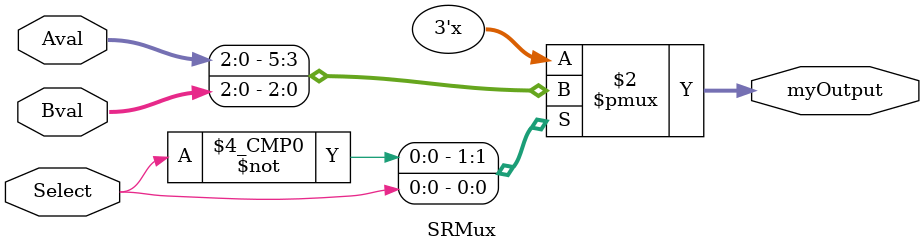
<source format=sv>
`timescale 1ns / 1ps

module SRMux(
    input logic Select,
    input logic [2:0] Aval,
    input logic [2:0] Bval,
    output logic [2:0] myOutput
    );
    
    always_comb
        begin
            case(Select)
                1'b0: myOutput = Aval;
                1'b1: myOutput = Bval;
            endcase
        end

endmodule

</source>
